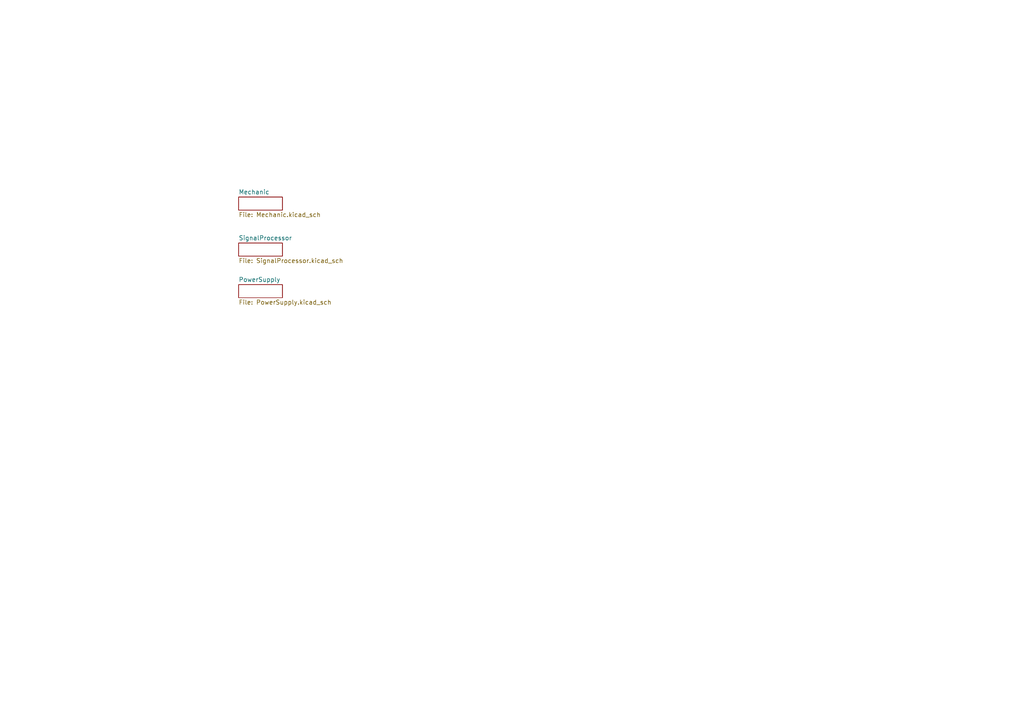
<source format=kicad_sch>
(kicad_sch
	(version 20231120)
	(generator "eeschema")
	(generator_version "8.0")
	(uuid "74097769-b453-45b0-9f39-c5d1e6245455")
	(paper "A4")
	(lib_symbols)
	(sheet
		(at 69.215 82.55)
		(size 12.7 3.81)
		(fields_autoplaced yes)
		(stroke
			(width 0.1524)
			(type solid)
		)
		(fill
			(color 0 0 0 0.0000)
		)
		(uuid "0d7da293-ec18-42f8-b186-30677f871a26")
		(property "Sheetname" "PowerSupply"
			(at 69.215 81.8384 0)
			(effects
				(font
					(size 1.27 1.27)
				)
				(justify left bottom)
			)
		)
		(property "Sheetfile" "PowerSupply.kicad_sch"
			(at 69.215 86.9446 0)
			(effects
				(font
					(size 1.27 1.27)
				)
				(justify left top)
			)
		)
		(instances
			(project "DataProcessingUnit"
				(path "/74097769-b453-45b0-9f39-c5d1e6245455"
					(page "4")
				)
			)
		)
	)
	(sheet
		(at 69.215 57.15)
		(size 12.7 3.81)
		(fields_autoplaced yes)
		(stroke
			(width 0.1524)
			(type solid)
		)
		(fill
			(color 0 0 0 0.0000)
		)
		(uuid "5fce9b31-73fa-4dfe-a905-e6d632706b8d")
		(property "Sheetname" "Mechanic"
			(at 69.215 56.4384 0)
			(effects
				(font
					(size 1.27 1.27)
				)
				(justify left bottom)
			)
		)
		(property "Sheetfile" "Mechanic.kicad_sch"
			(at 69.215 61.5446 0)
			(effects
				(font
					(size 1.27 1.27)
				)
				(justify left top)
			)
		)
		(instances
			(project "DataProcessingUnit"
				(path "/74097769-b453-45b0-9f39-c5d1e6245455"
					(page "2")
				)
			)
		)
	)
	(sheet
		(at 69.215 70.485)
		(size 12.7 3.81)
		(fields_autoplaced yes)
		(stroke
			(width 0.1524)
			(type solid)
		)
		(fill
			(color 0 0 0 0.0000)
		)
		(uuid "82f65716-a8ea-44d7-98b3-c02f50e9f3d4")
		(property "Sheetname" "SignalProcessor"
			(at 69.215 69.7734 0)
			(effects
				(font
					(size 1.27 1.27)
				)
				(justify left bottom)
			)
		)
		(property "Sheetfile" "SignalProcessor.kicad_sch"
			(at 69.215 74.8796 0)
			(effects
				(font
					(size 1.27 1.27)
				)
				(justify left top)
			)
		)
		(instances
			(project "DataProcessingUnit"
				(path "/74097769-b453-45b0-9f39-c5d1e6245455"
					(page "3")
				)
			)
		)
	)
	(sheet_instances
		(path "/"
			(page "1")
		)
	)
)

</source>
